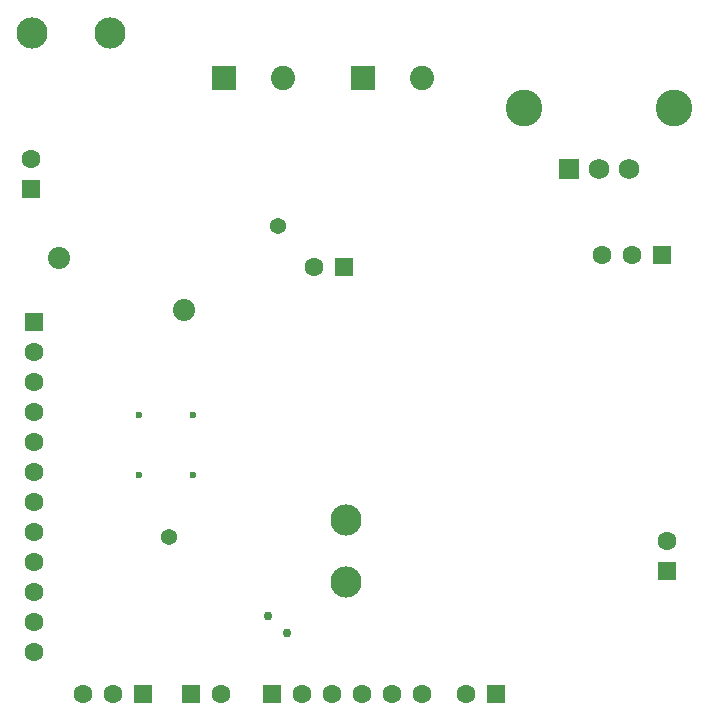
<source format=gbs>
G04*
G04 #@! TF.GenerationSoftware,Altium Limited,Altium Designer,21.6.4 (81)*
G04*
G04 Layer_Color=16711935*
%FSLAX25Y25*%
%MOIN*%
G70*
G04*
G04 #@! TF.SameCoordinates,6001098F-4103-4765-8BFB-48233E876DC5*
G04*
G04*
G04 #@! TF.FilePolarity,Negative*
G04*
G01*
G75*
%ADD40C,0.12205*%
%ADD41C,0.08071*%
%ADD42R,0.08071X0.08071*%
%ADD43R,0.06894X0.06894*%
%ADD44C,0.06894*%
%ADD45C,0.10394*%
%ADD46C,0.06299*%
%ADD47R,0.06299X0.06299*%
%ADD48R,0.06299X0.06299*%
%ADD49C,0.07394*%
%ADD50C,0.05394*%
%ADD51C,0.02362*%
%ADD52C,0.02994*%
D40*
X470268Y448457D02*
D03*
X420268D02*
D03*
D41*
X386500Y458500D02*
D03*
X340000D02*
D03*
D42*
X366815D02*
D03*
X320315D02*
D03*
D43*
X435500Y428000D02*
D03*
D44*
X445500D02*
D03*
X455500D02*
D03*
D45*
X256500Y473500D02*
D03*
X282500D02*
D03*
X361000Y311000D02*
D03*
Y290500D02*
D03*
D46*
X256000Y431500D02*
D03*
X319500Y253000D02*
D03*
X386500D02*
D03*
X376500D02*
D03*
X366500D02*
D03*
X356500D02*
D03*
X346500D02*
D03*
X446500Y399500D02*
D03*
X456500D02*
D03*
X257000Y367000D02*
D03*
Y357000D02*
D03*
Y347000D02*
D03*
Y337000D02*
D03*
Y327000D02*
D03*
Y317000D02*
D03*
Y307000D02*
D03*
Y297000D02*
D03*
Y287000D02*
D03*
Y277000D02*
D03*
Y267000D02*
D03*
X350500Y395500D02*
D03*
X468000Y304000D02*
D03*
X273500Y253000D02*
D03*
X283500D02*
D03*
X401000D02*
D03*
D47*
X256000Y421500D02*
D03*
X257000Y377000D02*
D03*
X468000Y294000D02*
D03*
D48*
X309500Y253000D02*
D03*
X336500D02*
D03*
X466500Y399500D02*
D03*
X360500Y395500D02*
D03*
X293500Y253000D02*
D03*
X411000D02*
D03*
D49*
X265500Y398500D02*
D03*
X307000Y381000D02*
D03*
D50*
X338500Y409000D02*
D03*
X302000Y305500D02*
D03*
D51*
X310000Y346000D02*
D03*
Y326000D02*
D03*
X292000Y346000D02*
D03*
Y326000D02*
D03*
D52*
X335000Y279000D02*
D03*
X341500Y273500D02*
D03*
M02*

</source>
